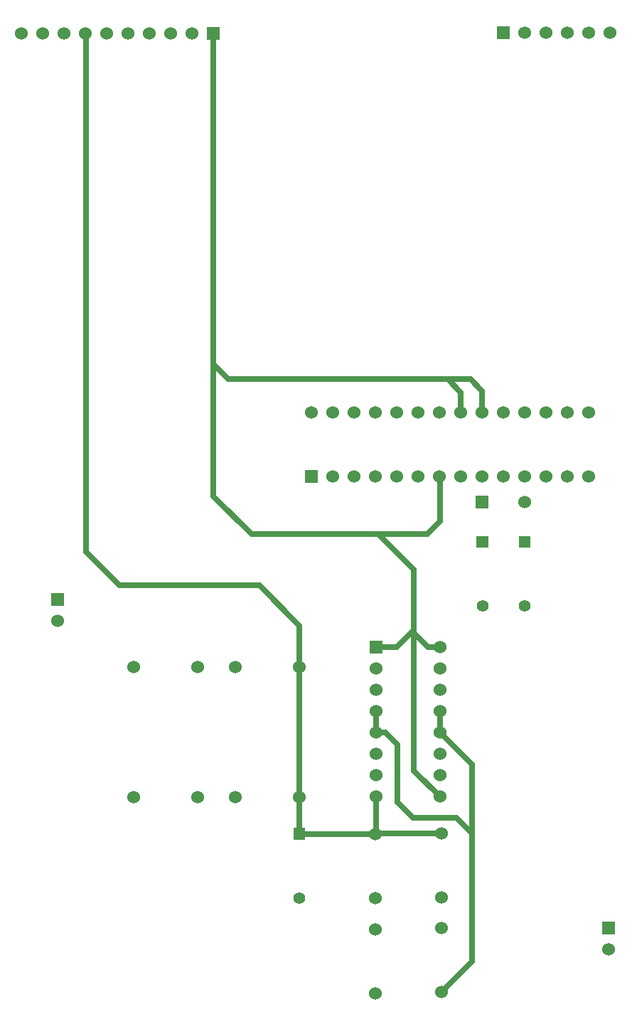
<source format=gbr>
G04 start of page 2 for group 0 idx 1 *
G04 Title: rolin, component *
G04 Creator: pcb 20091103 *
G04 CreationDate: vie 16 abr 2010 18:34:02 GMT UTC *
G04 For: jegc *
G04 Format: Gerber/RS-274X *
G04 PCB-Dimensions: 314961 629921 *
G04 PCB-Coordinate-Origin: lower left *
%MOIN*%
%FSLAX25Y25*%
%LNFRONT*%
%ADD11C,0.0250*%
%ADD12C,0.0200*%
%ADD13C,0.0600*%
%ADD14C,0.0550*%
%ADD15C,0.0380*%
%ADD16C,0.0300*%
%ADD17C,0.0280*%
G54D11*X211614Y387531D02*Y366534D01*
X199409Y343857D02*X182676Y360590D01*
X123268D01*
X205670D02*X181496D01*
X211614Y366534D02*X205670Y360590D01*
X211576Y387569D02*X211614Y387531D01*
X45473Y595512D02*X45748Y595237D01*
X105473Y595512D02*Y378385D01*
X45748Y595237D02*Y352244D01*
Y352243D02*X61338Y336653D01*
X126969D01*
X123268Y360590D02*X105473Y378385D01*
X225945Y433385D02*X112520D01*
X105473Y440432D01*
X221576Y417569D02*X221575Y417570D01*
Y427086D01*
X215315Y433345D01*
X226614Y160201D02*Y220511D01*
X212322Y145909D02*X226614Y160201D01*
X231576Y417569D02*X231575Y417570D01*
Y427755D01*
X225945Y433385D01*
X186142Y267597D02*X181655D01*
X181493Y220123D02*X181690Y220320D01*
X181493Y220123D02*X181655Y220285D01*
Y237597D01*
X191811Y235117D02*Y261928D01*
X181655Y307597D02*X191417D01*
X126969Y336653D02*X145828Y317794D01*
Y298228D01*
X145865Y298191D01*
X191811Y261928D02*X186142Y267597D01*
X211655D02*X226614Y252638D01*
X211655Y277597D02*Y267597D01*
X181655D02*Y277597D01*
X145865Y298191D02*Y237519D01*
X145672Y237326D01*
Y220117D01*
X145678Y220123D01*
X181493D01*
X199094Y227834D02*X191811Y235117D01*
X219291Y227834D02*X199094D01*
X226614Y220511D02*X219291Y227834D01*
X181690Y220320D02*X212281D01*
X226614Y252638D02*Y219763D01*
X211655Y237597D02*X199409Y249843D01*
Y343857D01*
X211655Y307597D02*X206063D01*
X199409Y314251D01*
X191417Y307597D02*X199409Y315589D01*
Y315590D01*
G54D12*G36*
X238536Y598630D02*Y592630D01*
X244536D01*
Y598630D01*
X238536D01*
G37*
G54D13*X251536Y595630D03*
X261536D03*
X271536D03*
X281536D03*
X291536D03*
G54D12*G36*
X248689Y359808D02*Y354308D01*
X254189D01*
Y359808D01*
X248689D01*
G37*
G36*
X228879Y359716D02*Y354216D01*
X234379D01*
Y359716D01*
X228879D01*
G37*
G36*
X228550Y378536D02*Y372536D01*
X234550D01*
Y378536D01*
X228550D01*
G37*
G54D13*X251550Y375536D03*
G54D14*X251439Y327058D03*
X231629Y326966D03*
G54D13*X241576Y387569D03*
X251576D03*
X261576D03*
X271576D03*
X281576D03*
G54D12*G36*
X287827Y179023D02*Y173023D01*
X293827D01*
Y179023D01*
X287827D01*
G37*
G54D13*X290827Y166023D03*
X241576Y417569D03*
X251576D03*
X261576D03*
X271576D03*
X281576D03*
G54D12*G36*
X178655Y310597D02*Y304597D01*
X184655D01*
Y310597D01*
X178655D01*
G37*
G54D13*X181655Y297597D03*
Y287597D03*
Y277597D03*
Y267597D03*
X211655D03*
Y277597D03*
Y287597D03*
Y297597D03*
Y307597D03*
X181655Y257597D03*
X211655D03*
X181655Y247597D03*
Y237597D03*
X211655D03*
Y247597D03*
X181469Y190093D03*
Y220093D03*
X181548Y145449D03*
Y175449D03*
X212296Y190331D03*
Y220331D03*
X212336Y145922D03*
Y175922D03*
G54D12*G36*
X102473Y598512D02*Y592512D01*
X108473D01*
Y598512D01*
X102473D01*
G37*
G54D13*X95473Y595512D03*
X85473D03*
G54D12*G36*
X148576Y390569D02*Y384569D01*
X154576D01*
Y390569D01*
X148576D01*
G37*
G54D13*X151576Y417569D03*
G54D12*G36*
X142922Y222867D02*Y217367D01*
X148422D01*
Y222867D01*
X142922D01*
G37*
G54D14*X145672Y190117D03*
G54D13*X98126Y298295D03*
X115765Y298256D03*
X98204Y237468D03*
X115802D03*
X145765Y298256D03*
X145802Y237468D03*
X75473Y595512D03*
X65473D03*
X55473D03*
X45473D03*
X35473D03*
X25473D03*
X15473D03*
G54D12*G36*
X29559Y333117D02*Y327117D01*
X35559D01*
Y333117D01*
X29559D01*
G37*
G54D13*X32559Y320117D03*
X68126Y298295D03*
X68204Y237468D03*
X161576Y387569D03*
X171576D03*
X181576D03*
X191576D03*
X201576D03*
X211576D03*
X221576D03*
X231576D03*
Y417569D03*
X221576D03*
X211576D03*
X201576D03*
X191576D03*
X181576D03*
X171576D03*
X161576D03*
G54D15*G54D16*G54D17*G54D16*G54D17*G54D15*G54D17*G54D16*G54D15*G54D17*G54D16*G54D15*G54D16*G54D17*M02*

</source>
